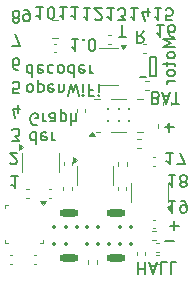
<source format=gbr>
%TF.GenerationSoftware,KiCad,Pcbnew,8.0.6*%
%TF.CreationDate,2024-10-29T18:21:17+01:00*%
%TF.ProjectId,openWifiDecoder,6f70656e-5769-4666-9944-65636f646572,rev?*%
%TF.SameCoordinates,Original*%
%TF.FileFunction,Legend,Bot*%
%TF.FilePolarity,Positive*%
%FSLAX46Y46*%
G04 Gerber Fmt 4.6, Leading zero omitted, Abs format (unit mm)*
G04 Created by KiCad (PCBNEW 8.0.6) date 2024-10-29 18:21:17*
%MOMM*%
%LPD*%
G01*
G04 APERTURE LIST*
%ADD10C,0.187500*%
%ADD11C,0.200000*%
%ADD12C,0.120000*%
%ADD13O,1.610000X0.610000*%
%ADD14C,0.350000*%
%ADD15C,0.300000*%
G04 APERTURE END LIST*
D10*
X95904762Y-65818559D02*
X95809524Y-65866178D01*
X95809524Y-65866178D02*
X95761905Y-65913797D01*
X95761905Y-65913797D02*
X95714286Y-66009035D01*
X95714286Y-66009035D02*
X95714286Y-66056654D01*
X95714286Y-66056654D02*
X95761905Y-66151892D01*
X95761905Y-66151892D02*
X95809524Y-66199511D01*
X95809524Y-66199511D02*
X95904762Y-66247130D01*
X95904762Y-66247130D02*
X96095238Y-66247130D01*
X96095238Y-66247130D02*
X96190476Y-66199511D01*
X96190476Y-66199511D02*
X96238095Y-66151892D01*
X96238095Y-66151892D02*
X96285714Y-66056654D01*
X96285714Y-66056654D02*
X96285714Y-66009035D01*
X96285714Y-66009035D02*
X96238095Y-65913797D01*
X96238095Y-65913797D02*
X96190476Y-65866178D01*
X96190476Y-65866178D02*
X96095238Y-65818559D01*
X96095238Y-65818559D02*
X95904762Y-65818559D01*
X95904762Y-65818559D02*
X95809524Y-65770940D01*
X95809524Y-65770940D02*
X95761905Y-65723321D01*
X95761905Y-65723321D02*
X95714286Y-65628083D01*
X95714286Y-65628083D02*
X95714286Y-65437607D01*
X95714286Y-65437607D02*
X95761905Y-65342369D01*
X95761905Y-65342369D02*
X95809524Y-65294750D01*
X95809524Y-65294750D02*
X95904762Y-65247130D01*
X95904762Y-65247130D02*
X96095238Y-65247130D01*
X96095238Y-65247130D02*
X96190476Y-65294750D01*
X96190476Y-65294750D02*
X96238095Y-65342369D01*
X96238095Y-65342369D02*
X96285714Y-65437607D01*
X96285714Y-65437607D02*
X96285714Y-65628083D01*
X96285714Y-65628083D02*
X96238095Y-65723321D01*
X96238095Y-65723321D02*
X96190476Y-65770940D01*
X96190476Y-65770940D02*
X96095238Y-65818559D01*
X108509523Y-66447130D02*
X107938095Y-66447130D01*
X108223809Y-66447130D02*
X108223809Y-67447130D01*
X108223809Y-67447130D02*
X108128571Y-67304273D01*
X108128571Y-67304273D02*
X108033333Y-67209035D01*
X108033333Y-67209035D02*
X107938095Y-67161416D01*
X109366666Y-67447130D02*
X109176190Y-67447130D01*
X109176190Y-67447130D02*
X109080952Y-67399511D01*
X109080952Y-67399511D02*
X109033333Y-67351892D01*
X109033333Y-67351892D02*
X108938095Y-67209035D01*
X108938095Y-67209035D02*
X108890476Y-67018559D01*
X108890476Y-67018559D02*
X108890476Y-66637607D01*
X108890476Y-66637607D02*
X108938095Y-66542369D01*
X108938095Y-66542369D02*
X108985714Y-66494750D01*
X108985714Y-66494750D02*
X109080952Y-66447130D01*
X109080952Y-66447130D02*
X109271428Y-66447130D01*
X109271428Y-66447130D02*
X109366666Y-66494750D01*
X109366666Y-66494750D02*
X109414285Y-66542369D01*
X109414285Y-66542369D02*
X109461904Y-66637607D01*
X109461904Y-66637607D02*
X109461904Y-66875702D01*
X109461904Y-66875702D02*
X109414285Y-66970940D01*
X109414285Y-66970940D02*
X109366666Y-67018559D01*
X109366666Y-67018559D02*
X109271428Y-67066178D01*
X109271428Y-67066178D02*
X109080952Y-67066178D01*
X109080952Y-67066178D02*
X108985714Y-67018559D01*
X108985714Y-67018559D02*
X108938095Y-66970940D01*
X108938095Y-66970940D02*
X108890476Y-66875702D01*
X95666667Y-68247130D02*
X96333333Y-68247130D01*
X96333333Y-68247130D02*
X95904762Y-67247130D01*
X107861904Y-72670940D02*
X108004761Y-72623321D01*
X108004761Y-72623321D02*
X108052380Y-72575702D01*
X108052380Y-72575702D02*
X108099999Y-72480464D01*
X108099999Y-72480464D02*
X108099999Y-72337607D01*
X108099999Y-72337607D02*
X108052380Y-72242369D01*
X108052380Y-72242369D02*
X108004761Y-72194750D01*
X108004761Y-72194750D02*
X107909523Y-72147130D01*
X107909523Y-72147130D02*
X107528571Y-72147130D01*
X107528571Y-72147130D02*
X107528571Y-73147130D01*
X107528571Y-73147130D02*
X107861904Y-73147130D01*
X107861904Y-73147130D02*
X107957142Y-73099511D01*
X107957142Y-73099511D02*
X108004761Y-73051892D01*
X108004761Y-73051892D02*
X108052380Y-72956654D01*
X108052380Y-72956654D02*
X108052380Y-72861416D01*
X108052380Y-72861416D02*
X108004761Y-72766178D01*
X108004761Y-72766178D02*
X107957142Y-72718559D01*
X107957142Y-72718559D02*
X107861904Y-72670940D01*
X107861904Y-72670940D02*
X107528571Y-72670940D01*
X108480952Y-72432845D02*
X108957142Y-72432845D01*
X108385714Y-72147130D02*
X108719047Y-73147130D01*
X108719047Y-73147130D02*
X109052380Y-72147130D01*
X109242857Y-73147130D02*
X109814285Y-73147130D01*
X109528571Y-72147130D02*
X109528571Y-73147130D01*
X98309523Y-64947130D02*
X97738095Y-64947130D01*
X98023809Y-64947130D02*
X98023809Y-65947130D01*
X98023809Y-65947130D02*
X97928571Y-65804273D01*
X97928571Y-65804273D02*
X97833333Y-65709035D01*
X97833333Y-65709035D02*
X97738095Y-65661416D01*
X98928571Y-65947130D02*
X99023809Y-65947130D01*
X99023809Y-65947130D02*
X99119047Y-65899511D01*
X99119047Y-65899511D02*
X99166666Y-65851892D01*
X99166666Y-65851892D02*
X99214285Y-65756654D01*
X99214285Y-65756654D02*
X99261904Y-65566178D01*
X99261904Y-65566178D02*
X99261904Y-65328083D01*
X99261904Y-65328083D02*
X99214285Y-65137607D01*
X99214285Y-65137607D02*
X99166666Y-65042369D01*
X99166666Y-65042369D02*
X99119047Y-64994750D01*
X99119047Y-64994750D02*
X99023809Y-64947130D01*
X99023809Y-64947130D02*
X98928571Y-64947130D01*
X98928571Y-64947130D02*
X98833333Y-64994750D01*
X98833333Y-64994750D02*
X98785714Y-65042369D01*
X98785714Y-65042369D02*
X98738095Y-65137607D01*
X98738095Y-65137607D02*
X98690476Y-65328083D01*
X98690476Y-65328083D02*
X98690476Y-65566178D01*
X98690476Y-65566178D02*
X98738095Y-65756654D01*
X98738095Y-65756654D02*
X98785714Y-65851892D01*
X98785714Y-65851892D02*
X98833333Y-65899511D01*
X98833333Y-65899511D02*
X98928571Y-65947130D01*
X109019048Y-83428083D02*
X109780953Y-83428083D01*
X109400000Y-83047130D02*
X109400000Y-83809035D01*
X109309523Y-77247130D02*
X108738095Y-77247130D01*
X109023809Y-77247130D02*
X109023809Y-78247130D01*
X109023809Y-78247130D02*
X108928571Y-78104273D01*
X108928571Y-78104273D02*
X108833333Y-78009035D01*
X108833333Y-78009035D02*
X108738095Y-77961416D01*
X109642857Y-78247130D02*
X110309523Y-78247130D01*
X110309523Y-78247130D02*
X109880952Y-77247130D01*
X109509523Y-79147130D02*
X108938095Y-79147130D01*
X109223809Y-79147130D02*
X109223809Y-80147130D01*
X109223809Y-80147130D02*
X109128571Y-80004273D01*
X109128571Y-80004273D02*
X109033333Y-79909035D01*
X109033333Y-79909035D02*
X108938095Y-79861416D01*
X110080952Y-79718559D02*
X109985714Y-79766178D01*
X109985714Y-79766178D02*
X109938095Y-79813797D01*
X109938095Y-79813797D02*
X109890476Y-79909035D01*
X109890476Y-79909035D02*
X109890476Y-79956654D01*
X109890476Y-79956654D02*
X109938095Y-80051892D01*
X109938095Y-80051892D02*
X109985714Y-80099511D01*
X109985714Y-80099511D02*
X110080952Y-80147130D01*
X110080952Y-80147130D02*
X110271428Y-80147130D01*
X110271428Y-80147130D02*
X110366666Y-80099511D01*
X110366666Y-80099511D02*
X110414285Y-80051892D01*
X110414285Y-80051892D02*
X110461904Y-79956654D01*
X110461904Y-79956654D02*
X110461904Y-79909035D01*
X110461904Y-79909035D02*
X110414285Y-79813797D01*
X110414285Y-79813797D02*
X110366666Y-79766178D01*
X110366666Y-79766178D02*
X110271428Y-79718559D01*
X110271428Y-79718559D02*
X110080952Y-79718559D01*
X110080952Y-79718559D02*
X109985714Y-79670940D01*
X109985714Y-79670940D02*
X109938095Y-79623321D01*
X109938095Y-79623321D02*
X109890476Y-79528083D01*
X109890476Y-79528083D02*
X109890476Y-79337607D01*
X109890476Y-79337607D02*
X109938095Y-79242369D01*
X109938095Y-79242369D02*
X109985714Y-79194750D01*
X109985714Y-79194750D02*
X110080952Y-79147130D01*
X110080952Y-79147130D02*
X110271428Y-79147130D01*
X110271428Y-79147130D02*
X110366666Y-79194750D01*
X110366666Y-79194750D02*
X110414285Y-79242369D01*
X110414285Y-79242369D02*
X110461904Y-79337607D01*
X110461904Y-79337607D02*
X110461904Y-79528083D01*
X110461904Y-79528083D02*
X110414285Y-79623321D01*
X110414285Y-79623321D02*
X110366666Y-79670940D01*
X110366666Y-79670940D02*
X110271428Y-79718559D01*
X96190476Y-73913797D02*
X96190476Y-73247130D01*
X95952381Y-74294750D02*
X95714286Y-73580464D01*
X95714286Y-73580464D02*
X96333333Y-73580464D01*
X109509523Y-81347130D02*
X108938095Y-81347130D01*
X109223809Y-81347130D02*
X109223809Y-82347130D01*
X109223809Y-82347130D02*
X109128571Y-82204273D01*
X109128571Y-82204273D02*
X109033333Y-82109035D01*
X109033333Y-82109035D02*
X108938095Y-82061416D01*
X109985714Y-81347130D02*
X110176190Y-81347130D01*
X110176190Y-81347130D02*
X110271428Y-81394750D01*
X110271428Y-81394750D02*
X110319047Y-81442369D01*
X110319047Y-81442369D02*
X110414285Y-81585226D01*
X110414285Y-81585226D02*
X110461904Y-81775702D01*
X110461904Y-81775702D02*
X110461904Y-82156654D01*
X110461904Y-82156654D02*
X110414285Y-82251892D01*
X110414285Y-82251892D02*
X110366666Y-82299511D01*
X110366666Y-82299511D02*
X110271428Y-82347130D01*
X110271428Y-82347130D02*
X110080952Y-82347130D01*
X110080952Y-82347130D02*
X109985714Y-82299511D01*
X109985714Y-82299511D02*
X109938095Y-82251892D01*
X109938095Y-82251892D02*
X109890476Y-82156654D01*
X109890476Y-82156654D02*
X109890476Y-81918559D01*
X109890476Y-81918559D02*
X109938095Y-81823321D01*
X109938095Y-81823321D02*
X109985714Y-81775702D01*
X109985714Y-81775702D02*
X110080952Y-81728083D01*
X110080952Y-81728083D02*
X110271428Y-81728083D01*
X110271428Y-81728083D02*
X110366666Y-81775702D01*
X110366666Y-81775702D02*
X110414285Y-81823321D01*
X110414285Y-81823321D02*
X110461904Y-81918559D01*
X104714286Y-67447130D02*
X105285714Y-67447130D01*
X105000000Y-66447130D02*
X105000000Y-67447130D01*
X96190476Y-70247130D02*
X96000000Y-70247130D01*
X96000000Y-70247130D02*
X95904762Y-70199511D01*
X95904762Y-70199511D02*
X95857143Y-70151892D01*
X95857143Y-70151892D02*
X95761905Y-70009035D01*
X95761905Y-70009035D02*
X95714286Y-69818559D01*
X95714286Y-69818559D02*
X95714286Y-69437607D01*
X95714286Y-69437607D02*
X95761905Y-69342369D01*
X95761905Y-69342369D02*
X95809524Y-69294750D01*
X95809524Y-69294750D02*
X95904762Y-69247130D01*
X95904762Y-69247130D02*
X96095238Y-69247130D01*
X96095238Y-69247130D02*
X96190476Y-69294750D01*
X96190476Y-69294750D02*
X96238095Y-69342369D01*
X96238095Y-69342369D02*
X96285714Y-69437607D01*
X96285714Y-69437607D02*
X96285714Y-69675702D01*
X96285714Y-69675702D02*
X96238095Y-69770940D01*
X96238095Y-69770940D02*
X96190476Y-69818559D01*
X96190476Y-69818559D02*
X96095238Y-69866178D01*
X96095238Y-69866178D02*
X95904762Y-69866178D01*
X95904762Y-69866178D02*
X95809524Y-69818559D01*
X95809524Y-69818559D02*
X95761905Y-69770940D01*
X95761905Y-69770940D02*
X95714286Y-69675702D01*
X100309523Y-64947130D02*
X99738095Y-64947130D01*
X100023809Y-64947130D02*
X100023809Y-65947130D01*
X100023809Y-65947130D02*
X99928571Y-65804273D01*
X99928571Y-65804273D02*
X99833333Y-65709035D01*
X99833333Y-65709035D02*
X99738095Y-65661416D01*
X101261904Y-64947130D02*
X100690476Y-64947130D01*
X100976190Y-64947130D02*
X100976190Y-65947130D01*
X100976190Y-65947130D02*
X100880952Y-65804273D01*
X100880952Y-65804273D02*
X100785714Y-65709035D01*
X100785714Y-65709035D02*
X100690476Y-65661416D01*
X96238095Y-72247130D02*
X95761905Y-72247130D01*
X95761905Y-72247130D02*
X95714286Y-71770940D01*
X95714286Y-71770940D02*
X95761905Y-71818559D01*
X95761905Y-71818559D02*
X95857143Y-71866178D01*
X95857143Y-71866178D02*
X96095238Y-71866178D01*
X96095238Y-71866178D02*
X96190476Y-71818559D01*
X96190476Y-71818559D02*
X96238095Y-71770940D01*
X96238095Y-71770940D02*
X96285714Y-71675702D01*
X96285714Y-71675702D02*
X96285714Y-71437607D01*
X96285714Y-71437607D02*
X96238095Y-71342369D01*
X96238095Y-71342369D02*
X96190476Y-71294750D01*
X96190476Y-71294750D02*
X96095238Y-71247130D01*
X96095238Y-71247130D02*
X95857143Y-71247130D01*
X95857143Y-71247130D02*
X95761905Y-71294750D01*
X95761905Y-71294750D02*
X95714286Y-71342369D01*
D11*
X97698244Y-75542724D02*
X97698244Y-76542724D01*
X97698244Y-75590344D02*
X97603006Y-75542724D01*
X97603006Y-75542724D02*
X97412530Y-75542724D01*
X97412530Y-75542724D02*
X97317292Y-75590344D01*
X97317292Y-75590344D02*
X97269673Y-75637963D01*
X97269673Y-75637963D02*
X97222054Y-75733201D01*
X97222054Y-75733201D02*
X97222054Y-76018915D01*
X97222054Y-76018915D02*
X97269673Y-76114153D01*
X97269673Y-76114153D02*
X97317292Y-76161772D01*
X97317292Y-76161772D02*
X97412530Y-76209391D01*
X97412530Y-76209391D02*
X97603006Y-76209391D01*
X97603006Y-76209391D02*
X97698244Y-76161772D01*
X98555387Y-75590344D02*
X98460149Y-75542724D01*
X98460149Y-75542724D02*
X98269673Y-75542724D01*
X98269673Y-75542724D02*
X98174435Y-75590344D01*
X98174435Y-75590344D02*
X98126816Y-75685582D01*
X98126816Y-75685582D02*
X98126816Y-76066534D01*
X98126816Y-76066534D02*
X98174435Y-76161772D01*
X98174435Y-76161772D02*
X98269673Y-76209391D01*
X98269673Y-76209391D02*
X98460149Y-76209391D01*
X98460149Y-76209391D02*
X98555387Y-76161772D01*
X98555387Y-76161772D02*
X98603006Y-76066534D01*
X98603006Y-76066534D02*
X98603006Y-75971296D01*
X98603006Y-75971296D02*
X98126816Y-75876058D01*
X99031578Y-75542724D02*
X99031578Y-76209391D01*
X99031578Y-76018915D02*
X99079197Y-76114153D01*
X99079197Y-76114153D02*
X99126816Y-76161772D01*
X99126816Y-76161772D02*
X99222054Y-76209391D01*
X99222054Y-76209391D02*
X99317292Y-76209391D01*
X97793482Y-74885161D02*
X97698244Y-74932780D01*
X97698244Y-74932780D02*
X97555387Y-74932780D01*
X97555387Y-74932780D02*
X97412530Y-74885161D01*
X97412530Y-74885161D02*
X97317292Y-74789923D01*
X97317292Y-74789923D02*
X97269673Y-74694685D01*
X97269673Y-74694685D02*
X97222054Y-74504209D01*
X97222054Y-74504209D02*
X97222054Y-74361352D01*
X97222054Y-74361352D02*
X97269673Y-74170876D01*
X97269673Y-74170876D02*
X97317292Y-74075638D01*
X97317292Y-74075638D02*
X97412530Y-73980400D01*
X97412530Y-73980400D02*
X97555387Y-73932780D01*
X97555387Y-73932780D02*
X97650625Y-73932780D01*
X97650625Y-73932780D02*
X97793482Y-73980400D01*
X97793482Y-73980400D02*
X97841101Y-74028019D01*
X97841101Y-74028019D02*
X97841101Y-74361352D01*
X97841101Y-74361352D02*
X97650625Y-74361352D01*
X98269673Y-73932780D02*
X98269673Y-74599447D01*
X98269673Y-74408971D02*
X98317292Y-74504209D01*
X98317292Y-74504209D02*
X98364911Y-74551828D01*
X98364911Y-74551828D02*
X98460149Y-74599447D01*
X98460149Y-74599447D02*
X98555387Y-74599447D01*
X99317292Y-73932780D02*
X99317292Y-74456590D01*
X99317292Y-74456590D02*
X99269673Y-74551828D01*
X99269673Y-74551828D02*
X99174435Y-74599447D01*
X99174435Y-74599447D02*
X98983959Y-74599447D01*
X98983959Y-74599447D02*
X98888721Y-74551828D01*
X99317292Y-73980400D02*
X99222054Y-73932780D01*
X99222054Y-73932780D02*
X98983959Y-73932780D01*
X98983959Y-73932780D02*
X98888721Y-73980400D01*
X98888721Y-73980400D02*
X98841102Y-74075638D01*
X98841102Y-74075638D02*
X98841102Y-74170876D01*
X98841102Y-74170876D02*
X98888721Y-74266114D01*
X98888721Y-74266114D02*
X98983959Y-74313733D01*
X98983959Y-74313733D02*
X99222054Y-74313733D01*
X99222054Y-74313733D02*
X99317292Y-74361352D01*
X99793483Y-74599447D02*
X99793483Y-73599447D01*
X99793483Y-74551828D02*
X99888721Y-74599447D01*
X99888721Y-74599447D02*
X100079197Y-74599447D01*
X100079197Y-74599447D02*
X100174435Y-74551828D01*
X100174435Y-74551828D02*
X100222054Y-74504209D01*
X100222054Y-74504209D02*
X100269673Y-74408971D01*
X100269673Y-74408971D02*
X100269673Y-74123257D01*
X100269673Y-74123257D02*
X100222054Y-74028019D01*
X100222054Y-74028019D02*
X100174435Y-73980400D01*
X100174435Y-73980400D02*
X100079197Y-73932780D01*
X100079197Y-73932780D02*
X99888721Y-73932780D01*
X99888721Y-73932780D02*
X99793483Y-73980400D01*
X100698245Y-73932780D02*
X100698245Y-74932780D01*
X101126816Y-73932780D02*
X101126816Y-74456590D01*
X101126816Y-74456590D02*
X101079197Y-74551828D01*
X101079197Y-74551828D02*
X100983959Y-74599447D01*
X100983959Y-74599447D02*
X100841102Y-74599447D01*
X100841102Y-74599447D02*
X100745864Y-74551828D01*
X100745864Y-74551828D02*
X100698245Y-74504209D01*
X101293482Y-67632780D02*
X100722054Y-67632780D01*
X101007768Y-67632780D02*
X101007768Y-68632780D01*
X101007768Y-68632780D02*
X100912530Y-68489923D01*
X100912530Y-68489923D02*
X100817292Y-68394685D01*
X100817292Y-68394685D02*
X100722054Y-68347066D01*
X101722054Y-67728019D02*
X101769673Y-67680400D01*
X101769673Y-67680400D02*
X101722054Y-67632780D01*
X101722054Y-67632780D02*
X101674435Y-67680400D01*
X101674435Y-67680400D02*
X101722054Y-67728019D01*
X101722054Y-67728019D02*
X101722054Y-67632780D01*
X102388720Y-68632780D02*
X102483958Y-68632780D01*
X102483958Y-68632780D02*
X102579196Y-68585161D01*
X102579196Y-68585161D02*
X102626815Y-68537542D01*
X102626815Y-68537542D02*
X102674434Y-68442304D01*
X102674434Y-68442304D02*
X102722053Y-68251828D01*
X102722053Y-68251828D02*
X102722053Y-68013733D01*
X102722053Y-68013733D02*
X102674434Y-67823257D01*
X102674434Y-67823257D02*
X102626815Y-67728019D01*
X102626815Y-67728019D02*
X102579196Y-67680400D01*
X102579196Y-67680400D02*
X102483958Y-67632780D01*
X102483958Y-67632780D02*
X102388720Y-67632780D01*
X102388720Y-67632780D02*
X102293482Y-67680400D01*
X102293482Y-67680400D02*
X102245863Y-67728019D01*
X102245863Y-67728019D02*
X102198244Y-67823257D01*
X102198244Y-67823257D02*
X102150625Y-68013733D01*
X102150625Y-68013733D02*
X102150625Y-68251828D01*
X102150625Y-68251828D02*
X102198244Y-68442304D01*
X102198244Y-68442304D02*
X102245863Y-68537542D01*
X102245863Y-68537542D02*
X102293482Y-68585161D01*
X102293482Y-68585161D02*
X102388720Y-68632780D01*
D10*
X104309523Y-65047130D02*
X103738095Y-65047130D01*
X104023809Y-65047130D02*
X104023809Y-66047130D01*
X104023809Y-66047130D02*
X103928571Y-65904273D01*
X103928571Y-65904273D02*
X103833333Y-65809035D01*
X103833333Y-65809035D02*
X103738095Y-65761416D01*
X104642857Y-66047130D02*
X105261904Y-66047130D01*
X105261904Y-66047130D02*
X104928571Y-65666178D01*
X104928571Y-65666178D02*
X105071428Y-65666178D01*
X105071428Y-65666178D02*
X105166666Y-65618559D01*
X105166666Y-65618559D02*
X105214285Y-65570940D01*
X105214285Y-65570940D02*
X105261904Y-65475702D01*
X105261904Y-65475702D02*
X105261904Y-65237607D01*
X105261904Y-65237607D02*
X105214285Y-65142369D01*
X105214285Y-65142369D02*
X105166666Y-65094750D01*
X105166666Y-65094750D02*
X105071428Y-65047130D01*
X105071428Y-65047130D02*
X104785714Y-65047130D01*
X104785714Y-65047130D02*
X104690476Y-65094750D01*
X104690476Y-65094750D02*
X104642857Y-65142369D01*
X95514286Y-78151892D02*
X95561905Y-78199511D01*
X95561905Y-78199511D02*
X95657143Y-78247130D01*
X95657143Y-78247130D02*
X95895238Y-78247130D01*
X95895238Y-78247130D02*
X95990476Y-78199511D01*
X95990476Y-78199511D02*
X96038095Y-78151892D01*
X96038095Y-78151892D02*
X96085714Y-78056654D01*
X96085714Y-78056654D02*
X96085714Y-77961416D01*
X96085714Y-77961416D02*
X96038095Y-77818559D01*
X96038095Y-77818559D02*
X95466667Y-77247130D01*
X95466667Y-77247130D02*
X96085714Y-77247130D01*
X95666667Y-76247130D02*
X96285714Y-76247130D01*
X96285714Y-76247130D02*
X95952381Y-75866178D01*
X95952381Y-75866178D02*
X96095238Y-75866178D01*
X96095238Y-75866178D02*
X96190476Y-75818559D01*
X96190476Y-75818559D02*
X96238095Y-75770940D01*
X96238095Y-75770940D02*
X96285714Y-75675702D01*
X96285714Y-75675702D02*
X96285714Y-75437607D01*
X96285714Y-75437607D02*
X96238095Y-75342369D01*
X96238095Y-75342369D02*
X96190476Y-75294750D01*
X96190476Y-75294750D02*
X96095238Y-75247130D01*
X96095238Y-75247130D02*
X95809524Y-75247130D01*
X95809524Y-75247130D02*
X95714286Y-75294750D01*
X95714286Y-75294750D02*
X95666667Y-75342369D01*
X96709524Y-65147130D02*
X96900000Y-65147130D01*
X96900000Y-65147130D02*
X96995238Y-65194750D01*
X96995238Y-65194750D02*
X97042857Y-65242369D01*
X97042857Y-65242369D02*
X97138095Y-65385226D01*
X97138095Y-65385226D02*
X97185714Y-65575702D01*
X97185714Y-65575702D02*
X97185714Y-65956654D01*
X97185714Y-65956654D02*
X97138095Y-66051892D01*
X97138095Y-66051892D02*
X97090476Y-66099511D01*
X97090476Y-66099511D02*
X96995238Y-66147130D01*
X96995238Y-66147130D02*
X96804762Y-66147130D01*
X96804762Y-66147130D02*
X96709524Y-66099511D01*
X96709524Y-66099511D02*
X96661905Y-66051892D01*
X96661905Y-66051892D02*
X96614286Y-65956654D01*
X96614286Y-65956654D02*
X96614286Y-65718559D01*
X96614286Y-65718559D02*
X96661905Y-65623321D01*
X96661905Y-65623321D02*
X96709524Y-65575702D01*
X96709524Y-65575702D02*
X96804762Y-65528083D01*
X96804762Y-65528083D02*
X96995238Y-65528083D01*
X96995238Y-65528083D02*
X97090476Y-65575702D01*
X97090476Y-65575702D02*
X97138095Y-65623321D01*
X97138095Y-65623321D02*
X97185714Y-65718559D01*
X106376190Y-86547130D02*
X106376190Y-87547130D01*
X106376190Y-87070940D02*
X106947618Y-87070940D01*
X106947618Y-86547130D02*
X106947618Y-87547130D01*
X107376190Y-86832845D02*
X107852380Y-86832845D01*
X107280952Y-86547130D02*
X107614285Y-87547130D01*
X107614285Y-87547130D02*
X107947618Y-86547130D01*
X108757142Y-86547130D02*
X108280952Y-86547130D01*
X108280952Y-86547130D02*
X108280952Y-87547130D01*
X109566666Y-86547130D02*
X109090476Y-86547130D01*
X109090476Y-86547130D02*
X109090476Y-87547130D01*
X96185714Y-79247130D02*
X95614286Y-79247130D01*
X95900000Y-79247130D02*
X95900000Y-80247130D01*
X95900000Y-80247130D02*
X95804762Y-80104273D01*
X95804762Y-80104273D02*
X95709524Y-80009035D01*
X95709524Y-80009035D02*
X95614286Y-79961416D01*
X109452869Y-67666666D02*
X108452869Y-67666666D01*
X108452869Y-67666666D02*
X109167154Y-67999999D01*
X109167154Y-67999999D02*
X108452869Y-68333332D01*
X108452869Y-68333332D02*
X109452869Y-68333332D01*
X109452869Y-68952380D02*
X109405250Y-68857142D01*
X109405250Y-68857142D02*
X109357630Y-68809523D01*
X109357630Y-68809523D02*
X109262392Y-68761904D01*
X109262392Y-68761904D02*
X108976678Y-68761904D01*
X108976678Y-68761904D02*
X108881440Y-68809523D01*
X108881440Y-68809523D02*
X108833821Y-68857142D01*
X108833821Y-68857142D02*
X108786202Y-68952380D01*
X108786202Y-68952380D02*
X108786202Y-69095237D01*
X108786202Y-69095237D02*
X108833821Y-69190475D01*
X108833821Y-69190475D02*
X108881440Y-69238094D01*
X108881440Y-69238094D02*
X108976678Y-69285713D01*
X108976678Y-69285713D02*
X109262392Y-69285713D01*
X109262392Y-69285713D02*
X109357630Y-69238094D01*
X109357630Y-69238094D02*
X109405250Y-69190475D01*
X109405250Y-69190475D02*
X109452869Y-69095237D01*
X109452869Y-69095237D02*
X109452869Y-68952380D01*
X108786202Y-69571428D02*
X108786202Y-69952380D01*
X108452869Y-69714285D02*
X109310011Y-69714285D01*
X109310011Y-69714285D02*
X109405250Y-69761904D01*
X109405250Y-69761904D02*
X109452869Y-69857142D01*
X109452869Y-69857142D02*
X109452869Y-69952380D01*
X109452869Y-70428571D02*
X109405250Y-70333333D01*
X109405250Y-70333333D02*
X109357630Y-70285714D01*
X109357630Y-70285714D02*
X109262392Y-70238095D01*
X109262392Y-70238095D02*
X108976678Y-70238095D01*
X108976678Y-70238095D02*
X108881440Y-70285714D01*
X108881440Y-70285714D02*
X108833821Y-70333333D01*
X108833821Y-70333333D02*
X108786202Y-70428571D01*
X108786202Y-70428571D02*
X108786202Y-70571428D01*
X108786202Y-70571428D02*
X108833821Y-70666666D01*
X108833821Y-70666666D02*
X108881440Y-70714285D01*
X108881440Y-70714285D02*
X108976678Y-70761904D01*
X108976678Y-70761904D02*
X109262392Y-70761904D01*
X109262392Y-70761904D02*
X109357630Y-70714285D01*
X109357630Y-70714285D02*
X109405250Y-70666666D01*
X109405250Y-70666666D02*
X109452869Y-70571428D01*
X109452869Y-70571428D02*
X109452869Y-70428571D01*
X109452869Y-71190476D02*
X108786202Y-71190476D01*
X108976678Y-71190476D02*
X108881440Y-71238095D01*
X108881440Y-71238095D02*
X108833821Y-71285714D01*
X108833821Y-71285714D02*
X108786202Y-71380952D01*
X108786202Y-71380952D02*
X108786202Y-71476190D01*
X108619048Y-84728083D02*
X109380953Y-84728083D01*
X102309523Y-65047130D02*
X101738095Y-65047130D01*
X102023809Y-65047130D02*
X102023809Y-66047130D01*
X102023809Y-66047130D02*
X101928571Y-65904273D01*
X101928571Y-65904273D02*
X101833333Y-65809035D01*
X101833333Y-65809035D02*
X101738095Y-65761416D01*
X102690476Y-65951892D02*
X102738095Y-65999511D01*
X102738095Y-65999511D02*
X102833333Y-66047130D01*
X102833333Y-66047130D02*
X103071428Y-66047130D01*
X103071428Y-66047130D02*
X103166666Y-65999511D01*
X103166666Y-65999511D02*
X103214285Y-65951892D01*
X103214285Y-65951892D02*
X103261904Y-65856654D01*
X103261904Y-65856654D02*
X103261904Y-65761416D01*
X103261904Y-65761416D02*
X103214285Y-65618559D01*
X103214285Y-65618559D02*
X102642857Y-65047130D01*
X102642857Y-65047130D02*
X103261904Y-65047130D01*
X106309523Y-65047130D02*
X105738095Y-65047130D01*
X106023809Y-65047130D02*
X106023809Y-66047130D01*
X106023809Y-66047130D02*
X105928571Y-65904273D01*
X105928571Y-65904273D02*
X105833333Y-65809035D01*
X105833333Y-65809035D02*
X105738095Y-65761416D01*
X107166666Y-65713797D02*
X107166666Y-65047130D01*
X106928571Y-66094750D02*
X106690476Y-65380464D01*
X106690476Y-65380464D02*
X107309523Y-65380464D01*
X108309523Y-65047130D02*
X107738095Y-65047130D01*
X108023809Y-65047130D02*
X108023809Y-66047130D01*
X108023809Y-66047130D02*
X107928571Y-65904273D01*
X107928571Y-65904273D02*
X107833333Y-65809035D01*
X107833333Y-65809035D02*
X107738095Y-65761416D01*
X109214285Y-66047130D02*
X108738095Y-66047130D01*
X108738095Y-66047130D02*
X108690476Y-65570940D01*
X108690476Y-65570940D02*
X108738095Y-65618559D01*
X108738095Y-65618559D02*
X108833333Y-65666178D01*
X108833333Y-65666178D02*
X109071428Y-65666178D01*
X109071428Y-65666178D02*
X109166666Y-65618559D01*
X109166666Y-65618559D02*
X109214285Y-65570940D01*
X109214285Y-65570940D02*
X109261904Y-65475702D01*
X109261904Y-65475702D02*
X109261904Y-65237607D01*
X109261904Y-65237607D02*
X109214285Y-65142369D01*
X109214285Y-65142369D02*
X109166666Y-65094750D01*
X109166666Y-65094750D02*
X109071428Y-65047130D01*
X109071428Y-65047130D02*
X108833333Y-65047130D01*
X108833333Y-65047130D02*
X108738095Y-65094750D01*
X108738095Y-65094750D02*
X108690476Y-65142369D01*
X106809523Y-66947130D02*
X106476190Y-67423321D01*
X106238095Y-66947130D02*
X106238095Y-67947130D01*
X106238095Y-67947130D02*
X106619047Y-67947130D01*
X106619047Y-67947130D02*
X106714285Y-67899511D01*
X106714285Y-67899511D02*
X106761904Y-67851892D01*
X106761904Y-67851892D02*
X106809523Y-67756654D01*
X106809523Y-67756654D02*
X106809523Y-67613797D01*
X106809523Y-67613797D02*
X106761904Y-67518559D01*
X106761904Y-67518559D02*
X106714285Y-67470940D01*
X106714285Y-67470940D02*
X106619047Y-67423321D01*
X106619047Y-67423321D02*
X106238095Y-67423321D01*
X108619048Y-75128083D02*
X109380953Y-75128083D01*
X109000000Y-74747130D02*
X109000000Y-75509035D01*
D11*
X97112530Y-71442724D02*
X97017292Y-71490344D01*
X97017292Y-71490344D02*
X96969673Y-71537963D01*
X96969673Y-71537963D02*
X96922054Y-71633201D01*
X96922054Y-71633201D02*
X96922054Y-71918915D01*
X96922054Y-71918915D02*
X96969673Y-72014153D01*
X96969673Y-72014153D02*
X97017292Y-72061772D01*
X97017292Y-72061772D02*
X97112530Y-72109391D01*
X97112530Y-72109391D02*
X97255387Y-72109391D01*
X97255387Y-72109391D02*
X97350625Y-72061772D01*
X97350625Y-72061772D02*
X97398244Y-72014153D01*
X97398244Y-72014153D02*
X97445863Y-71918915D01*
X97445863Y-71918915D02*
X97445863Y-71633201D01*
X97445863Y-71633201D02*
X97398244Y-71537963D01*
X97398244Y-71537963D02*
X97350625Y-71490344D01*
X97350625Y-71490344D02*
X97255387Y-71442724D01*
X97255387Y-71442724D02*
X97112530Y-71442724D01*
X97874435Y-72109391D02*
X97874435Y-71109391D01*
X97874435Y-72061772D02*
X97969673Y-72109391D01*
X97969673Y-72109391D02*
X98160149Y-72109391D01*
X98160149Y-72109391D02*
X98255387Y-72061772D01*
X98255387Y-72061772D02*
X98303006Y-72014153D01*
X98303006Y-72014153D02*
X98350625Y-71918915D01*
X98350625Y-71918915D02*
X98350625Y-71633201D01*
X98350625Y-71633201D02*
X98303006Y-71537963D01*
X98303006Y-71537963D02*
X98255387Y-71490344D01*
X98255387Y-71490344D02*
X98160149Y-71442724D01*
X98160149Y-71442724D02*
X97969673Y-71442724D01*
X97969673Y-71442724D02*
X97874435Y-71490344D01*
X99160149Y-71490344D02*
X99064911Y-71442724D01*
X99064911Y-71442724D02*
X98874435Y-71442724D01*
X98874435Y-71442724D02*
X98779197Y-71490344D01*
X98779197Y-71490344D02*
X98731578Y-71585582D01*
X98731578Y-71585582D02*
X98731578Y-71966534D01*
X98731578Y-71966534D02*
X98779197Y-72061772D01*
X98779197Y-72061772D02*
X98874435Y-72109391D01*
X98874435Y-72109391D02*
X99064911Y-72109391D01*
X99064911Y-72109391D02*
X99160149Y-72061772D01*
X99160149Y-72061772D02*
X99207768Y-71966534D01*
X99207768Y-71966534D02*
X99207768Y-71871296D01*
X99207768Y-71871296D02*
X98731578Y-71776058D01*
X99636340Y-72109391D02*
X99636340Y-71442724D01*
X99636340Y-72014153D02*
X99683959Y-72061772D01*
X99683959Y-72061772D02*
X99779197Y-72109391D01*
X99779197Y-72109391D02*
X99922054Y-72109391D01*
X99922054Y-72109391D02*
X100017292Y-72061772D01*
X100017292Y-72061772D02*
X100064911Y-71966534D01*
X100064911Y-71966534D02*
X100064911Y-71442724D01*
X100445864Y-72442724D02*
X100683959Y-71442724D01*
X100683959Y-71442724D02*
X100874435Y-72157010D01*
X100874435Y-72157010D02*
X101064911Y-71442724D01*
X101064911Y-71442724D02*
X101303007Y-72442724D01*
X101683959Y-71442724D02*
X101683959Y-72109391D01*
X101683959Y-72442724D02*
X101636340Y-72395105D01*
X101636340Y-72395105D02*
X101683959Y-72347486D01*
X101683959Y-72347486D02*
X101731578Y-72395105D01*
X101731578Y-72395105D02*
X101683959Y-72442724D01*
X101683959Y-72442724D02*
X101683959Y-72347486D01*
X102493482Y-71966534D02*
X102160149Y-71966534D01*
X102160149Y-71442724D02*
X102160149Y-72442724D01*
X102160149Y-72442724D02*
X102636339Y-72442724D01*
X103017292Y-71442724D02*
X103017292Y-72109391D01*
X103017292Y-72442724D02*
X102969673Y-72395105D01*
X102969673Y-72395105D02*
X103017292Y-72347486D01*
X103017292Y-72347486D02*
X103064911Y-72395105D01*
X103064911Y-72395105D02*
X103017292Y-72442724D01*
X103017292Y-72442724D02*
X103017292Y-72347486D01*
X97398244Y-69832780D02*
X97398244Y-70832780D01*
X97398244Y-69880400D02*
X97303006Y-69832780D01*
X97303006Y-69832780D02*
X97112530Y-69832780D01*
X97112530Y-69832780D02*
X97017292Y-69880400D01*
X97017292Y-69880400D02*
X96969673Y-69928019D01*
X96969673Y-69928019D02*
X96922054Y-70023257D01*
X96922054Y-70023257D02*
X96922054Y-70308971D01*
X96922054Y-70308971D02*
X96969673Y-70404209D01*
X96969673Y-70404209D02*
X97017292Y-70451828D01*
X97017292Y-70451828D02*
X97112530Y-70499447D01*
X97112530Y-70499447D02*
X97303006Y-70499447D01*
X97303006Y-70499447D02*
X97398244Y-70451828D01*
X98255387Y-69880400D02*
X98160149Y-69832780D01*
X98160149Y-69832780D02*
X97969673Y-69832780D01*
X97969673Y-69832780D02*
X97874435Y-69880400D01*
X97874435Y-69880400D02*
X97826816Y-69975638D01*
X97826816Y-69975638D02*
X97826816Y-70356590D01*
X97826816Y-70356590D02*
X97874435Y-70451828D01*
X97874435Y-70451828D02*
X97969673Y-70499447D01*
X97969673Y-70499447D02*
X98160149Y-70499447D01*
X98160149Y-70499447D02*
X98255387Y-70451828D01*
X98255387Y-70451828D02*
X98303006Y-70356590D01*
X98303006Y-70356590D02*
X98303006Y-70261352D01*
X98303006Y-70261352D02*
X97826816Y-70166114D01*
X99160149Y-69880400D02*
X99064911Y-69832780D01*
X99064911Y-69832780D02*
X98874435Y-69832780D01*
X98874435Y-69832780D02*
X98779197Y-69880400D01*
X98779197Y-69880400D02*
X98731578Y-69928019D01*
X98731578Y-69928019D02*
X98683959Y-70023257D01*
X98683959Y-70023257D02*
X98683959Y-70308971D01*
X98683959Y-70308971D02*
X98731578Y-70404209D01*
X98731578Y-70404209D02*
X98779197Y-70451828D01*
X98779197Y-70451828D02*
X98874435Y-70499447D01*
X98874435Y-70499447D02*
X99064911Y-70499447D01*
X99064911Y-70499447D02*
X99160149Y-70451828D01*
X99731578Y-69832780D02*
X99636340Y-69880400D01*
X99636340Y-69880400D02*
X99588721Y-69928019D01*
X99588721Y-69928019D02*
X99541102Y-70023257D01*
X99541102Y-70023257D02*
X99541102Y-70308971D01*
X99541102Y-70308971D02*
X99588721Y-70404209D01*
X99588721Y-70404209D02*
X99636340Y-70451828D01*
X99636340Y-70451828D02*
X99731578Y-70499447D01*
X99731578Y-70499447D02*
X99874435Y-70499447D01*
X99874435Y-70499447D02*
X99969673Y-70451828D01*
X99969673Y-70451828D02*
X100017292Y-70404209D01*
X100017292Y-70404209D02*
X100064911Y-70308971D01*
X100064911Y-70308971D02*
X100064911Y-70023257D01*
X100064911Y-70023257D02*
X100017292Y-69928019D01*
X100017292Y-69928019D02*
X99969673Y-69880400D01*
X99969673Y-69880400D02*
X99874435Y-69832780D01*
X99874435Y-69832780D02*
X99731578Y-69832780D01*
X100922054Y-69832780D02*
X100922054Y-70832780D01*
X100922054Y-69880400D02*
X100826816Y-69832780D01*
X100826816Y-69832780D02*
X100636340Y-69832780D01*
X100636340Y-69832780D02*
X100541102Y-69880400D01*
X100541102Y-69880400D02*
X100493483Y-69928019D01*
X100493483Y-69928019D02*
X100445864Y-70023257D01*
X100445864Y-70023257D02*
X100445864Y-70308971D01*
X100445864Y-70308971D02*
X100493483Y-70404209D01*
X100493483Y-70404209D02*
X100541102Y-70451828D01*
X100541102Y-70451828D02*
X100636340Y-70499447D01*
X100636340Y-70499447D02*
X100826816Y-70499447D01*
X100826816Y-70499447D02*
X100922054Y-70451828D01*
X101779197Y-69880400D02*
X101683959Y-69832780D01*
X101683959Y-69832780D02*
X101493483Y-69832780D01*
X101493483Y-69832780D02*
X101398245Y-69880400D01*
X101398245Y-69880400D02*
X101350626Y-69975638D01*
X101350626Y-69975638D02*
X101350626Y-70356590D01*
X101350626Y-70356590D02*
X101398245Y-70451828D01*
X101398245Y-70451828D02*
X101493483Y-70499447D01*
X101493483Y-70499447D02*
X101683959Y-70499447D01*
X101683959Y-70499447D02*
X101779197Y-70451828D01*
X101779197Y-70451828D02*
X101826816Y-70356590D01*
X101826816Y-70356590D02*
X101826816Y-70261352D01*
X101826816Y-70261352D02*
X101350626Y-70166114D01*
X102255388Y-69832780D02*
X102255388Y-70499447D01*
X102255388Y-70308971D02*
X102303007Y-70404209D01*
X102303007Y-70404209D02*
X102350626Y-70451828D01*
X102350626Y-70451828D02*
X102445864Y-70499447D01*
X102445864Y-70499447D02*
X102541102Y-70499447D01*
D12*
%TO.C,C13*%
X107807836Y-77640000D02*
X107592164Y-77640000D01*
X107807836Y-78360000D02*
X107592164Y-78360000D01*
%TO.C,R8*%
X108153641Y-84920000D02*
X107846359Y-84920000D01*
X108153641Y-85680000D02*
X107846359Y-85680000D01*
%TO.C,C14*%
X106240000Y-85692164D02*
X106240000Y-85907836D01*
X106960000Y-85692164D02*
X106960000Y-85907836D01*
%TO.C,R5*%
X108020000Y-75153641D02*
X108020000Y-74846359D01*
X108780000Y-75153641D02*
X108780000Y-74846359D01*
%TO.C,C11*%
X97707836Y-85940000D02*
X97492164Y-85940000D01*
X97707836Y-86660000D02*
X97492164Y-86660000D01*
%TO.C,U4*%
X95100000Y-81950000D02*
X95100000Y-81700000D01*
X95100000Y-84650000D02*
X95100000Y-84900000D01*
X95350000Y-81700000D02*
X95100000Y-81700000D01*
X95350000Y-84900000D02*
X95100000Y-84900000D01*
X98050000Y-84900000D02*
X98300000Y-84900000D01*
X98300000Y-84650000D02*
X98300000Y-84900000D01*
X98300000Y-81700000D02*
X98060000Y-81370000D01*
X98540000Y-81370000D01*
X98300000Y-81700000D01*
G36*
X98300000Y-81700000D02*
G01*
X98060000Y-81370000D01*
X98540000Y-81370000D01*
X98300000Y-81700000D01*
G37*
%TO.C,C10*%
X108440000Y-72992164D02*
X108440000Y-73207836D01*
X109160000Y-72992164D02*
X109160000Y-73207836D01*
%TO.C,U1*%
X96540000Y-77300000D02*
X96540000Y-78100000D01*
X96540000Y-78900000D02*
X96540000Y-78100000D01*
X99660000Y-77300000D02*
X99660000Y-78100000D01*
X99660000Y-78900000D02*
X99660000Y-78100000D01*
X96590000Y-76800000D02*
X96260000Y-77040000D01*
X96260000Y-76560000D01*
X96590000Y-76800000D01*
G36*
X96590000Y-76800000D02*
G01*
X96260000Y-77040000D01*
X96260000Y-76560000D01*
X96590000Y-76800000D01*
G37*
%TO.C,C4*%
X99007836Y-80340000D02*
X98792164Y-80340000D01*
X99007836Y-81060000D02*
X98792164Y-81060000D01*
%TO.C,R9*%
X102120000Y-86653641D02*
X102120000Y-86346359D01*
X102880000Y-86653641D02*
X102880000Y-86346359D01*
%TO.C,R13*%
X107843641Y-83920000D02*
X107536359Y-83920000D01*
X107843641Y-84680000D02*
X107536359Y-84680000D01*
%TO.C,C2*%
X99561252Y-66065000D02*
X99038748Y-66065000D01*
X99561252Y-67535000D02*
X99038748Y-67535000D01*
%TO.C,R4*%
X106946359Y-71220000D02*
X107253641Y-71220000D01*
X106946359Y-71980000D02*
X107253641Y-71980000D01*
%TO.C,C5*%
X104007836Y-67340000D02*
X103792164Y-67340000D01*
X104007836Y-68060000D02*
X103792164Y-68060000D01*
%TO.C,U5*%
X101140000Y-78400000D02*
X101140000Y-79200000D01*
X101140000Y-80000000D02*
X101140000Y-79200000D01*
X104260000Y-78400000D02*
X104260000Y-79200000D01*
X104260000Y-80000000D02*
X104260000Y-79200000D01*
X101190000Y-77900000D02*
X100860000Y-78140000D01*
X100860000Y-77660000D01*
X101190000Y-77900000D01*
G36*
X101190000Y-77900000D02*
G01*
X100860000Y-78140000D01*
X100860000Y-77660000D01*
X101190000Y-77900000D01*
G37*
%TO.C,C8*%
X95492164Y-85940000D02*
X95707836Y-85940000D01*
X95492164Y-86660000D02*
X95707836Y-86660000D01*
%TO.C,C7*%
X96892164Y-80340000D02*
X97107836Y-80340000D01*
X96892164Y-81060000D02*
X97107836Y-81060000D01*
%TO.C,C15*%
X107582164Y-82940000D02*
X107797836Y-82940000D01*
X107582164Y-83660000D02*
X107797836Y-83660000D01*
%TO.C,C12*%
X104640000Y-80407836D02*
X104640000Y-80192164D01*
X105360000Y-80407836D02*
X105360000Y-80192164D01*
%TO.C,U7*%
X102600000Y-72700000D02*
X103140000Y-72700000D01*
X102770000Y-75497393D02*
X103140000Y-75497393D01*
X104060000Y-72700000D02*
X105340000Y-72700000D01*
X104060000Y-75500000D02*
X105340000Y-75500000D01*
X106800000Y-72700000D02*
X106260000Y-72700000D01*
X106800000Y-75500000D02*
X106260000Y-75500000D01*
X102680000Y-75830000D02*
X102200000Y-75830000D01*
X102440000Y-75500000D01*
X102680000Y-75830000D01*
G36*
X102680000Y-75830000D02*
G01*
X102200000Y-75830000D01*
X102440000Y-75500000D01*
X102680000Y-75830000D01*
G37*
%TO.C,C6*%
X107007836Y-68090000D02*
X106792164Y-68090000D01*
X107007836Y-68810000D02*
X106792164Y-68810000D01*
%TO.C,R7*%
X100020000Y-80453641D02*
X100020000Y-80146359D01*
X100780000Y-80453641D02*
X100780000Y-80146359D01*
%TO.C,R10*%
X104620000Y-78046359D02*
X104620000Y-78353641D01*
X105380000Y-78046359D02*
X105380000Y-78353641D01*
%TO.C,C1*%
X99407836Y-68040000D02*
X99192164Y-68040000D01*
X99407836Y-68760000D02*
X99192164Y-68760000D01*
%TO.C,R6*%
X106246359Y-76120000D02*
X106553641Y-76120000D01*
X106246359Y-76880000D02*
X106553641Y-76880000D01*
%TO.C,U2*%
X103000000Y-68440000D02*
X103800000Y-68440000D01*
X103000000Y-71560000D02*
X103800000Y-71560000D01*
X104600000Y-68440000D02*
X103800000Y-68440000D01*
X104600000Y-71560000D02*
X103800000Y-71560000D01*
X105100000Y-68490000D02*
X104860000Y-68160000D01*
X105340000Y-68160000D01*
X105100000Y-68490000D01*
G36*
X105100000Y-68490000D02*
G01*
X104860000Y-68160000D01*
X105340000Y-68160000D01*
X105100000Y-68490000D01*
G37*
%TO.C,C3*%
X100040000Y-78307836D02*
X100040000Y-78092164D01*
X100760000Y-78307836D02*
X100760000Y-78092164D01*
%TO.C,R12*%
X108153641Y-85920000D02*
X107846359Y-85920000D01*
X108153641Y-86680000D02*
X107846359Y-86680000D01*
D11*
%TO.C,IC1*%
X107000000Y-70850000D02*
X106525000Y-70850000D01*
X107350000Y-69150000D02*
X107850000Y-69150000D01*
X107350000Y-70750000D02*
X107350000Y-69150000D01*
X107850000Y-69150000D02*
X107850000Y-70750000D01*
X107850000Y-70750000D02*
X107350000Y-70750000D01*
D12*
%TO.C,C9*%
X101140000Y-73787836D02*
X101140000Y-73572164D01*
X101860000Y-73787836D02*
X101860000Y-73572164D01*
%TO.C,U6*%
X105740000Y-79800000D02*
X105740000Y-80600000D01*
X105740000Y-81400000D02*
X105740000Y-80600000D01*
X108860000Y-79800000D02*
X108860000Y-80600000D01*
X108860000Y-81400000D02*
X108860000Y-80600000D01*
X109140000Y-82140000D02*
X108810000Y-81900000D01*
X109140000Y-81660000D01*
X109140000Y-82140000D01*
G36*
X109140000Y-82140000D02*
G01*
X108810000Y-81900000D01*
X109140000Y-81660000D01*
X109140000Y-82140000D01*
G37*
%TD*%
D13*
X100500000Y-82350000D03*
X104500000Y-82350000D03*
X100500000Y-86210000D03*
X104500000Y-86210000D03*
D14*
X105750000Y-85000000D03*
X104800000Y-85000000D03*
X103850000Y-85000000D03*
X102950000Y-85000000D03*
X102050000Y-85000000D03*
X100200000Y-85000000D03*
X99250000Y-85000000D03*
X99250000Y-83560000D03*
X100200000Y-83560000D03*
X101150000Y-83560000D03*
X102050000Y-83560000D03*
X102950000Y-83560000D03*
X104800000Y-83560000D03*
X105750000Y-83560000D03*
D15*
X103800000Y-73600000D03*
X103800000Y-74600000D03*
X104700000Y-73600000D03*
X104700000Y-74600000D03*
X105600000Y-73600000D03*
X105600000Y-74600000D03*
M02*

</source>
